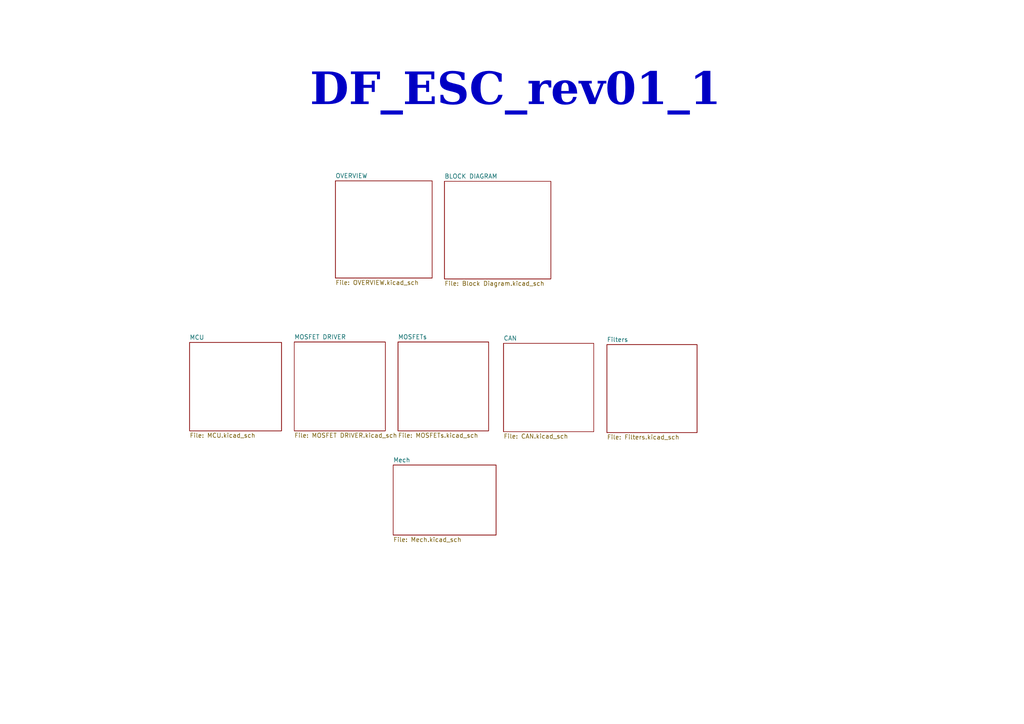
<source format=kicad_sch>
(kicad_sch (version 20230121) (generator eeschema)
  (paper "A4")
  (title_block (title "DF_ESC_rev01_1") (date "2025-01-25") (rev "01") (company "Trendsology") (comment 4 "R.Sweeting"))
  (lib_symbols)
  (text "${TITLE}" (at 89.916 34.417 0) (effects (font (size 9.27 9.27) (thickness 1.854) bold) (justify left bottom)))
  (sheet (at 128.905 52.578) (size 30.861 28.321) (stroke (width 0.1524))
    (property "Sheetname" "BLOCK DIAGRAM" (at 128.905 51.8664 0) (effects (justify left bottom)))
    (property "Sheetfile" "Block Diagram.kicad_sch" (at 128.905 81.4836 0) (effects (justify left top)))
  )
  (sheet (at 146.05 99.568) (size 26.162 25.654) (stroke (width 0.1524))
    (property "Sheetname" "CAN" (at 146.05 98.8564 0) (effects (justify left bottom)))
    (property "Sheetfile" "CAN.kicad_sch" (at 146.05 125.8066 0) (effects (justify left top)))
  )
  (sheet (at 176.022 99.949) (size 26.162 25.527) (stroke (width 0.1524))
    (property "Sheetname" "Filters" (at 176.022 99.2374 0) (effects (justify left bottom)))
    (property "Sheetfile" "Filters.kicad_sch" (at 176.022 126.0606 0) (effects (justify left top)))
  )
  (sheet (at 114.046 134.874) (size 29.845 20.32) (stroke (width 0.1524))
    (property "Sheetname" "Mech" (at 114.046 134.1624 0) (effects (justify left bottom)))
    (property "Sheetfile" "Mech.kicad_sch" (at 114.046 155.7786 0) (effects (justify left top)))
  )
  (sheet (at 85.344 99.187) (size 26.416 25.781) (stroke (width 0.1524))
    (property "Sheetname" "MOSFET DRIVER" (at 85.344 98.4754 0) (effects (justify left bottom)))
    (property "Sheetfile" "MOSFET DRIVER.kicad_sch" (at 85.344 125.5526 0) (effects (justify left top)))
  )
  (sheet (at 54.991 99.314) (size 26.67 25.654) (stroke (width 0.1524))
    (property "Sheetname" "MCU" (at 54.991 98.6024 0) (effects (justify left bottom)))
    (property "Sheetfile" "MCU.kicad_sch" (at 54.991 125.5526 0) (effects (justify left top)))
  )
  (sheet (at 97.282 52.451) (size 28.067 28.194) (stroke (width 0.1524))
    (property "Sheetname" "OVERVIEW" (at 97.282 51.7394 0) (effects (justify left bottom)))
    (property "Sheetfile" "OVERVIEW.kicad_sch" (at 97.282 81.2296 0) (effects (justify left top)))
  )
  (sheet (at 115.443 99.187) (size 26.289 25.781) (stroke (width 0.1524))
    (property "Sheetname" "MOSFETs" (at 115.443 98.4754 0) (effects (justify left bottom)))
    (property "Sheetfile" "MOSFETs.kicad_sch" (at 115.443 125.5526 0) (effects (justify left top)))
  )
)
</source>
